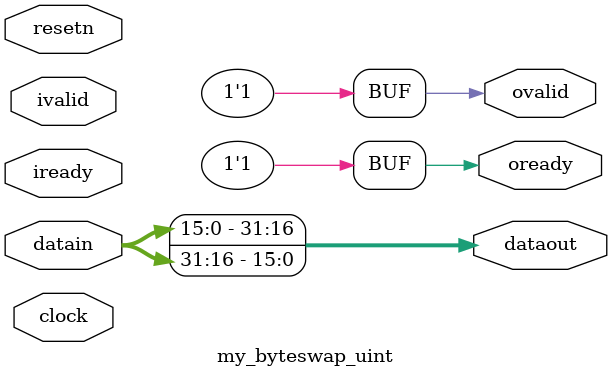
<source format=v>
`timescale 1 ps / 1 ps

module my_byteswap_uint (
  input   clock,
  input   resetn,
  input   ivalid, 
  input   iready,
  output  ovalid,
  output  oready,
  input   [31:0]  datain,
  output  [31:0]  dataout);

  assign  ovalid = 1'b1;
  assign  oready = 1'b1;
  // clk, ivalid, iready, resetn are ignored
  assign dataout = {datain[15:0], datain[31:16]};

endmodule


</source>
